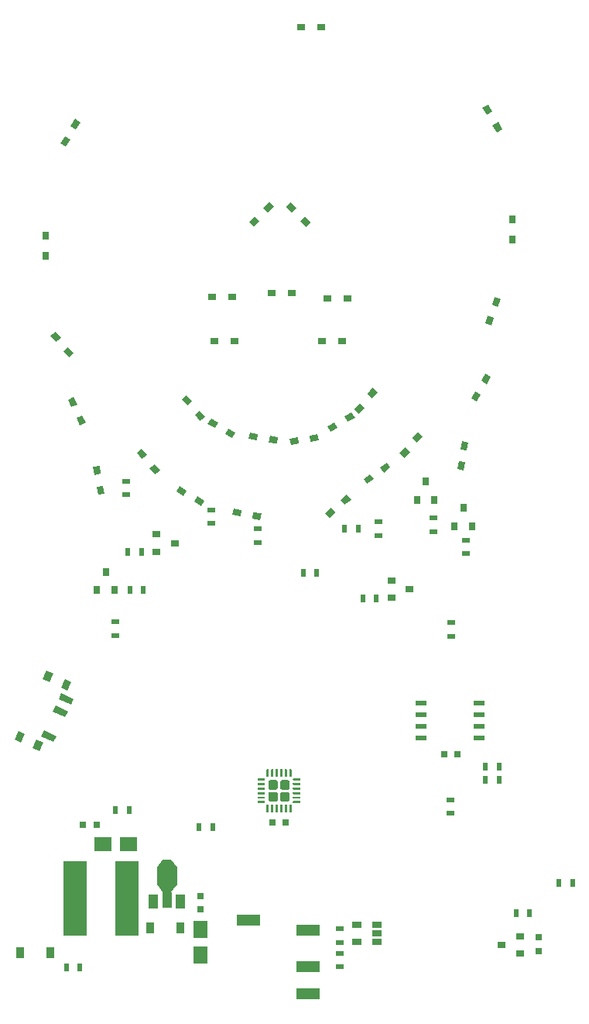
<source format=gbr>
G04 #@! TF.GenerationSoftware,KiCad,Pcbnew,5.1.5*
G04 #@! TF.CreationDate,2019-12-22T23:03:36+01:00*
G04 #@! TF.ProjectId,hh2020v1,68683230-3230-4763-912e-6b696361645f,rev?*
G04 #@! TF.SameCoordinates,Original*
G04 #@! TF.FileFunction,Paste,Bot*
G04 #@! TF.FilePolarity,Positive*
%FSLAX46Y46*%
G04 Gerber Fmt 4.6, Leading zero omitted, Abs format (unit mm)*
G04 Created by KiCad (PCBNEW 5.1.5) date 2019-12-22 23:03:36*
%MOMM*%
%LPD*%
G04 APERTURE LIST*
%ADD10R,0.900000X0.800000*%
%ADD11C,0.100000*%
%ADD12R,0.900000X0.700000*%
%ADD13R,0.700000X0.900000*%
%ADD14R,0.500000X0.900000*%
%ADD15R,1.060000X0.650000*%
%ADD16R,1.500000X1.950000*%
%ADD17R,1.950000X1.500000*%
%ADD18R,0.750000X0.800000*%
%ADD19R,0.800000X0.750000*%
%ADD20R,0.900000X1.200000*%
%ADD21R,0.900000X0.500000*%
%ADD22R,0.800000X0.900000*%
%ADD23R,2.500000X1.200000*%
%ADD24R,1.000000X1.500000*%
%ADD25R,1.000000X1.800000*%
%ADD26R,2.200000X1.840000*%
%ADD27R,1.143000X0.508000*%
%ADD28R,2.600000X8.200000*%
G04 APERTURE END LIST*
D10*
X95554040Y-153662340D03*
X95554040Y-155562340D03*
X93554040Y-154612340D03*
D11*
G36*
X78808986Y-104287047D02*
G01*
X78407483Y-103713640D01*
X79144720Y-103197421D01*
X79546223Y-103770828D01*
X78808986Y-104287047D01*
G37*
G36*
X80611120Y-103025179D02*
G01*
X80209617Y-102451772D01*
X80946854Y-101935553D01*
X81348357Y-102508960D01*
X80611120Y-103025179D01*
G37*
D12*
X73777020Y-54394100D03*
X71577020Y-54394100D03*
D11*
G36*
X57964381Y-105128609D02*
G01*
X58314381Y-104522391D01*
X59093803Y-104972391D01*
X58743803Y-105578609D01*
X57964381Y-105128609D01*
G37*
G36*
X59869637Y-106228609D02*
G01*
X60219637Y-105622391D01*
X60999059Y-106072391D01*
X60649059Y-106678609D01*
X59869637Y-106228609D01*
G37*
G36*
X91436311Y-63196261D02*
G01*
X92042529Y-62846261D01*
X92492529Y-63625683D01*
X91886311Y-63975683D01*
X91436311Y-63196261D01*
G37*
G36*
X92536311Y-65101517D02*
G01*
X93142529Y-64751517D01*
X93592529Y-65530939D01*
X92986311Y-65880939D01*
X92536311Y-65101517D01*
G37*
G36*
X72623522Y-75689628D02*
G01*
X72128548Y-76184602D01*
X71492152Y-75548206D01*
X71987126Y-75053232D01*
X72623522Y-75689628D01*
G37*
G36*
X71067888Y-74133994D02*
G01*
X70572914Y-74628968D01*
X69936518Y-73992572D01*
X70431492Y-73497598D01*
X71067888Y-74133994D01*
G37*
D12*
X64086920Y-83820000D03*
X61886920Y-83820000D03*
D11*
G36*
X61063656Y-96961693D02*
G01*
X60527425Y-97411645D01*
X59948916Y-96722205D01*
X60485147Y-96272253D01*
X61063656Y-96961693D01*
G37*
G36*
X59649524Y-95276395D02*
G01*
X59113293Y-95726347D01*
X58534784Y-95036907D01*
X59071015Y-94586955D01*
X59649524Y-95276395D01*
G37*
G36*
X79412325Y-93774155D02*
G01*
X79948556Y-94224107D01*
X79370047Y-94913547D01*
X78833816Y-94463595D01*
X79412325Y-93774155D01*
G37*
G36*
X77998193Y-95459453D02*
G01*
X78534424Y-95909405D01*
X77955915Y-96598845D01*
X77419684Y-96148893D01*
X77998193Y-95459453D01*
G37*
G36*
X82908915Y-101424845D02*
G01*
X82372684Y-100974893D01*
X82951193Y-100285453D01*
X83487424Y-100735405D01*
X82908915Y-101424845D01*
G37*
G36*
X84323047Y-99739547D02*
G01*
X83786816Y-99289595D01*
X84365325Y-98600155D01*
X84901556Y-99050107D01*
X84323047Y-99739547D01*
G37*
G36*
X92779159Y-83831269D02*
G01*
X93436943Y-84070683D01*
X93129125Y-84916407D01*
X92471341Y-84676993D01*
X92779159Y-83831269D01*
G37*
G36*
X92026715Y-85898593D02*
G01*
X92684499Y-86138007D01*
X92376681Y-86983731D01*
X91718897Y-86744317D01*
X92026715Y-85898593D01*
G37*
D12*
X70589320Y-83400900D03*
X68389320Y-83400900D03*
D11*
G36*
X53607184Y-100878907D02*
G01*
X54143415Y-100428955D01*
X54721924Y-101118395D01*
X54185693Y-101568347D01*
X53607184Y-100878907D01*
G37*
G36*
X55021316Y-102564205D02*
G01*
X55557547Y-102114253D01*
X56136056Y-102803693D01*
X55599825Y-103253645D01*
X55021316Y-102564205D01*
G37*
G36*
X77120959Y-96445191D02*
G01*
X77470959Y-97051409D01*
X76691537Y-97501409D01*
X76341537Y-96895191D01*
X77120959Y-96445191D01*
G37*
G36*
X75215703Y-97545191D02*
G01*
X75565703Y-98151409D01*
X74786281Y-98601409D01*
X74436281Y-97995191D01*
X75215703Y-97545191D01*
G37*
D13*
X94686120Y-75366700D03*
X94686120Y-77566700D03*
D12*
X62090120Y-88709500D03*
X64290120Y-88709500D03*
X73901120Y-88709500D03*
X76101120Y-88709500D03*
D11*
G36*
X50075257Y-105351676D02*
G01*
X49385892Y-105473229D01*
X49229609Y-104586902D01*
X49918974Y-104465349D01*
X50075257Y-105351676D01*
G37*
G36*
X49693231Y-103185098D02*
G01*
X49003866Y-103306651D01*
X48847583Y-102420324D01*
X49536948Y-102298771D01*
X49693231Y-103185098D01*
G37*
G36*
X73393396Y-98814463D02*
G01*
X73514949Y-99503828D01*
X72628622Y-99660111D01*
X72507069Y-98970746D01*
X73393396Y-98814463D01*
G37*
G36*
X71226818Y-99196489D02*
G01*
X71348371Y-99885854D01*
X70462044Y-100042137D01*
X70340491Y-99352772D01*
X71226818Y-99196489D01*
G37*
G36*
X74678807Y-107982536D02*
G01*
X74228855Y-107446305D01*
X74918295Y-106867796D01*
X75368247Y-107404027D01*
X74678807Y-107982536D01*
G37*
G36*
X76364105Y-106568404D02*
G01*
X75914153Y-106032173D01*
X76603593Y-105453664D01*
X77053545Y-105989895D01*
X76364105Y-106568404D01*
G37*
G36*
X45878029Y-67443039D02*
G01*
X45271811Y-67093039D01*
X45721811Y-66313617D01*
X46328029Y-66663617D01*
X45878029Y-67443039D01*
G37*
G36*
X46978029Y-65537783D02*
G01*
X46371811Y-65187783D01*
X46821811Y-64408361D01*
X47428029Y-64758361D01*
X46978029Y-65537783D01*
G37*
G36*
X48046086Y-97599061D02*
G01*
X47411670Y-97894894D01*
X47031314Y-97079217D01*
X47665730Y-96783384D01*
X48046086Y-97599061D01*
G37*
G36*
X47116326Y-95605183D02*
G01*
X46481910Y-95901016D01*
X46101554Y-95085339D01*
X46735970Y-94789506D01*
X47116326Y-95605183D01*
G37*
G36*
X69044549Y-99187672D02*
G01*
X68922996Y-99877037D01*
X68036669Y-99720754D01*
X68158222Y-99031389D01*
X69044549Y-99187672D01*
G37*
G36*
X66877971Y-98805646D02*
G01*
X66756418Y-99495011D01*
X65870091Y-99338728D01*
X65991644Y-98649363D01*
X66877971Y-98805646D01*
G37*
G36*
X64071771Y-107657228D02*
G01*
X64193324Y-106967863D01*
X65079651Y-107124146D01*
X64958098Y-107813511D01*
X64071771Y-107657228D01*
G37*
G36*
X66238349Y-108039254D02*
G01*
X66359902Y-107349889D01*
X67246229Y-107506172D01*
X67124676Y-108195537D01*
X66238349Y-108039254D01*
G37*
G36*
X91754411Y-92246761D02*
G01*
X92360629Y-92596761D01*
X91910629Y-93376183D01*
X91304411Y-93026183D01*
X91754411Y-92246761D01*
G37*
G36*
X90654411Y-94152017D02*
G01*
X91260629Y-94502017D01*
X90810629Y-95281439D01*
X90204411Y-94931439D01*
X90654411Y-94152017D01*
G37*
D13*
X43619420Y-79382800D03*
X43619420Y-77182800D03*
D12*
X76672620Y-83972400D03*
X74472620Y-83972400D03*
D11*
G36*
X68089948Y-73484898D02*
G01*
X68584922Y-73979872D01*
X67948526Y-74616268D01*
X67453552Y-74121294D01*
X68089948Y-73484898D01*
G37*
G36*
X66534314Y-75040532D02*
G01*
X67029288Y-75535506D01*
X66392892Y-76171902D01*
X65897918Y-75676928D01*
X66534314Y-75040532D01*
G37*
G36*
X64415359Y-98680991D02*
G01*
X64065359Y-99287209D01*
X63285937Y-98837209D01*
X63635937Y-98230991D01*
X64415359Y-98680991D01*
G37*
G36*
X62510103Y-97580991D02*
G01*
X62160103Y-98187209D01*
X61380681Y-97737209D01*
X61730681Y-97130991D01*
X62510103Y-97580991D01*
G37*
G36*
X89213092Y-99619071D02*
G01*
X89902457Y-99740624D01*
X89746174Y-100626951D01*
X89056809Y-100505398D01*
X89213092Y-99619071D01*
G37*
G36*
X88831066Y-101785649D02*
G01*
X89520431Y-101907202D01*
X89364148Y-102793529D01*
X88674783Y-102671976D01*
X88831066Y-101785649D01*
G37*
G36*
X46712656Y-90002093D02*
G01*
X46176425Y-90452045D01*
X45597916Y-89762605D01*
X46134147Y-89312653D01*
X46712656Y-90002093D01*
G37*
G36*
X45298524Y-88316795D02*
G01*
X44762293Y-88766747D01*
X44183784Y-88077307D01*
X44720015Y-87627355D01*
X45298524Y-88316795D01*
G37*
G36*
X44524963Y-132472108D02*
G01*
X43165502Y-131838181D01*
X43461335Y-131203766D01*
X44820796Y-131837693D01*
X44524963Y-132472108D01*
G37*
G36*
X45792818Y-129753184D02*
G01*
X44433357Y-129119257D01*
X44729190Y-128484842D01*
X46088651Y-129118769D01*
X45792818Y-129753184D01*
G37*
G36*
X46426745Y-128393723D02*
G01*
X45067284Y-127759796D01*
X45363117Y-127125381D01*
X46722578Y-127759308D01*
X46426745Y-128393723D01*
G37*
G36*
X40960657Y-132520280D02*
G01*
X40235611Y-132182186D01*
X40658229Y-131275878D01*
X41383275Y-131613972D01*
X40960657Y-132520280D01*
G37*
G36*
X44045771Y-125904233D02*
G01*
X43320725Y-125566139D01*
X43743343Y-124659831D01*
X44468389Y-124997925D01*
X44045771Y-125904233D01*
G37*
G36*
X46048711Y-126838220D02*
G01*
X45323665Y-126500126D01*
X45746283Y-125593818D01*
X46471329Y-125931912D01*
X46048711Y-126838220D01*
G37*
G36*
X42963597Y-133454267D02*
G01*
X42238551Y-133116173D01*
X42661169Y-132209865D01*
X43386215Y-132547959D01*
X42963597Y-133454267D01*
G37*
D10*
X81481420Y-116710500D03*
X81481420Y-114810500D03*
X83481420Y-115760500D03*
D14*
X78328520Y-116789200D03*
X79828520Y-116789200D03*
X91739020Y-135115300D03*
X93239020Y-135115300D03*
D15*
X79852520Y-152415200D03*
X79852520Y-153365200D03*
X79852520Y-154315200D03*
X77652520Y-154315200D03*
X77652520Y-152415200D03*
D11*
G36*
X70119025Y-137916124D02*
G01*
X70143293Y-137919724D01*
X70167092Y-137925685D01*
X70190191Y-137933950D01*
X70212370Y-137944440D01*
X70233413Y-137957052D01*
X70253119Y-137971667D01*
X70271297Y-137988143D01*
X70287773Y-138006321D01*
X70302388Y-138026027D01*
X70315000Y-138047070D01*
X70325490Y-138069249D01*
X70333755Y-138092348D01*
X70339716Y-138116147D01*
X70343316Y-138140415D01*
X70344520Y-138164919D01*
X70344520Y-138714921D01*
X70343316Y-138739425D01*
X70339716Y-138763693D01*
X70333755Y-138787492D01*
X70325490Y-138810591D01*
X70315000Y-138832770D01*
X70302388Y-138853813D01*
X70287773Y-138873519D01*
X70271297Y-138891697D01*
X70253119Y-138908173D01*
X70233413Y-138922788D01*
X70212370Y-138935400D01*
X70190191Y-138945890D01*
X70167092Y-138954155D01*
X70143293Y-138960116D01*
X70119025Y-138963716D01*
X70094521Y-138964920D01*
X69544519Y-138964920D01*
X69520015Y-138963716D01*
X69495747Y-138960116D01*
X69471948Y-138954155D01*
X69448849Y-138945890D01*
X69426670Y-138935400D01*
X69405627Y-138922788D01*
X69385921Y-138908173D01*
X69367743Y-138891697D01*
X69351267Y-138873519D01*
X69336652Y-138853813D01*
X69324040Y-138832770D01*
X69313550Y-138810591D01*
X69305285Y-138787492D01*
X69299324Y-138763693D01*
X69295724Y-138739425D01*
X69294520Y-138714921D01*
X69294520Y-138164919D01*
X69295724Y-138140415D01*
X69299324Y-138116147D01*
X69305285Y-138092348D01*
X69313550Y-138069249D01*
X69324040Y-138047070D01*
X69336652Y-138026027D01*
X69351267Y-138006321D01*
X69367743Y-137988143D01*
X69385921Y-137971667D01*
X69405627Y-137957052D01*
X69426670Y-137944440D01*
X69448849Y-137933950D01*
X69471948Y-137925685D01*
X69495747Y-137919724D01*
X69520015Y-137916124D01*
X69544519Y-137914920D01*
X70094521Y-137914920D01*
X70119025Y-137916124D01*
G37*
G36*
X68819025Y-137916124D02*
G01*
X68843293Y-137919724D01*
X68867092Y-137925685D01*
X68890191Y-137933950D01*
X68912370Y-137944440D01*
X68933413Y-137957052D01*
X68953119Y-137971667D01*
X68971297Y-137988143D01*
X68987773Y-138006321D01*
X69002388Y-138026027D01*
X69015000Y-138047070D01*
X69025490Y-138069249D01*
X69033755Y-138092348D01*
X69039716Y-138116147D01*
X69043316Y-138140415D01*
X69044520Y-138164919D01*
X69044520Y-138714921D01*
X69043316Y-138739425D01*
X69039716Y-138763693D01*
X69033755Y-138787492D01*
X69025490Y-138810591D01*
X69015000Y-138832770D01*
X69002388Y-138853813D01*
X68987773Y-138873519D01*
X68971297Y-138891697D01*
X68953119Y-138908173D01*
X68933413Y-138922788D01*
X68912370Y-138935400D01*
X68890191Y-138945890D01*
X68867092Y-138954155D01*
X68843293Y-138960116D01*
X68819025Y-138963716D01*
X68794521Y-138964920D01*
X68244519Y-138964920D01*
X68220015Y-138963716D01*
X68195747Y-138960116D01*
X68171948Y-138954155D01*
X68148849Y-138945890D01*
X68126670Y-138935400D01*
X68105627Y-138922788D01*
X68085921Y-138908173D01*
X68067743Y-138891697D01*
X68051267Y-138873519D01*
X68036652Y-138853813D01*
X68024040Y-138832770D01*
X68013550Y-138810591D01*
X68005285Y-138787492D01*
X67999324Y-138763693D01*
X67995724Y-138739425D01*
X67994520Y-138714921D01*
X67994520Y-138164919D01*
X67995724Y-138140415D01*
X67999324Y-138116147D01*
X68005285Y-138092348D01*
X68013550Y-138069249D01*
X68024040Y-138047070D01*
X68036652Y-138026027D01*
X68051267Y-138006321D01*
X68067743Y-137988143D01*
X68085921Y-137971667D01*
X68105627Y-137957052D01*
X68126670Y-137944440D01*
X68148849Y-137933950D01*
X68171948Y-137925685D01*
X68195747Y-137919724D01*
X68220015Y-137916124D01*
X68244519Y-137914920D01*
X68794521Y-137914920D01*
X68819025Y-137916124D01*
G37*
G36*
X70119025Y-136616124D02*
G01*
X70143293Y-136619724D01*
X70167092Y-136625685D01*
X70190191Y-136633950D01*
X70212370Y-136644440D01*
X70233413Y-136657052D01*
X70253119Y-136671667D01*
X70271297Y-136688143D01*
X70287773Y-136706321D01*
X70302388Y-136726027D01*
X70315000Y-136747070D01*
X70325490Y-136769249D01*
X70333755Y-136792348D01*
X70339716Y-136816147D01*
X70343316Y-136840415D01*
X70344520Y-136864919D01*
X70344520Y-137414921D01*
X70343316Y-137439425D01*
X70339716Y-137463693D01*
X70333755Y-137487492D01*
X70325490Y-137510591D01*
X70315000Y-137532770D01*
X70302388Y-137553813D01*
X70287773Y-137573519D01*
X70271297Y-137591697D01*
X70253119Y-137608173D01*
X70233413Y-137622788D01*
X70212370Y-137635400D01*
X70190191Y-137645890D01*
X70167092Y-137654155D01*
X70143293Y-137660116D01*
X70119025Y-137663716D01*
X70094521Y-137664920D01*
X69544519Y-137664920D01*
X69520015Y-137663716D01*
X69495747Y-137660116D01*
X69471948Y-137654155D01*
X69448849Y-137645890D01*
X69426670Y-137635400D01*
X69405627Y-137622788D01*
X69385921Y-137608173D01*
X69367743Y-137591697D01*
X69351267Y-137573519D01*
X69336652Y-137553813D01*
X69324040Y-137532770D01*
X69313550Y-137510591D01*
X69305285Y-137487492D01*
X69299324Y-137463693D01*
X69295724Y-137439425D01*
X69294520Y-137414921D01*
X69294520Y-136864919D01*
X69295724Y-136840415D01*
X69299324Y-136816147D01*
X69305285Y-136792348D01*
X69313550Y-136769249D01*
X69324040Y-136747070D01*
X69336652Y-136726027D01*
X69351267Y-136706321D01*
X69367743Y-136688143D01*
X69385921Y-136671667D01*
X69405627Y-136657052D01*
X69426670Y-136644440D01*
X69448849Y-136633950D01*
X69471948Y-136625685D01*
X69495747Y-136619724D01*
X69520015Y-136616124D01*
X69544519Y-136614920D01*
X70094521Y-136614920D01*
X70119025Y-136616124D01*
G37*
G36*
X68819025Y-136616124D02*
G01*
X68843293Y-136619724D01*
X68867092Y-136625685D01*
X68890191Y-136633950D01*
X68912370Y-136644440D01*
X68933413Y-136657052D01*
X68953119Y-136671667D01*
X68971297Y-136688143D01*
X68987773Y-136706321D01*
X69002388Y-136726027D01*
X69015000Y-136747070D01*
X69025490Y-136769249D01*
X69033755Y-136792348D01*
X69039716Y-136816147D01*
X69043316Y-136840415D01*
X69044520Y-136864919D01*
X69044520Y-137414921D01*
X69043316Y-137439425D01*
X69039716Y-137463693D01*
X69033755Y-137487492D01*
X69025490Y-137510591D01*
X69015000Y-137532770D01*
X69002388Y-137553813D01*
X68987773Y-137573519D01*
X68971297Y-137591697D01*
X68953119Y-137608173D01*
X68933413Y-137622788D01*
X68912370Y-137635400D01*
X68890191Y-137645890D01*
X68867092Y-137654155D01*
X68843293Y-137660116D01*
X68819025Y-137663716D01*
X68794521Y-137664920D01*
X68244519Y-137664920D01*
X68220015Y-137663716D01*
X68195747Y-137660116D01*
X68171948Y-137654155D01*
X68148849Y-137645890D01*
X68126670Y-137635400D01*
X68105627Y-137622788D01*
X68085921Y-137608173D01*
X68067743Y-137591697D01*
X68051267Y-137573519D01*
X68036652Y-137553813D01*
X68024040Y-137532770D01*
X68013550Y-137510591D01*
X68005285Y-137487492D01*
X67999324Y-137463693D01*
X67995724Y-137439425D01*
X67994520Y-137414921D01*
X67994520Y-136864919D01*
X67995724Y-136840415D01*
X67999324Y-136816147D01*
X68005285Y-136792348D01*
X68013550Y-136769249D01*
X68024040Y-136747070D01*
X68036652Y-136726027D01*
X68051267Y-136706321D01*
X68067743Y-136688143D01*
X68085921Y-136671667D01*
X68105627Y-136657052D01*
X68126670Y-136644440D01*
X68148849Y-136633950D01*
X68171948Y-136625685D01*
X68195747Y-136619724D01*
X68220015Y-136616124D01*
X68244519Y-136614920D01*
X68794521Y-136614920D01*
X68819025Y-136616124D01*
G37*
G36*
X70488146Y-139315221D02*
G01*
X70494213Y-139316121D01*
X70500163Y-139317611D01*
X70505938Y-139319678D01*
X70511482Y-139322300D01*
X70516743Y-139325453D01*
X70521670Y-139329107D01*
X70526214Y-139333226D01*
X70530333Y-139337770D01*
X70533987Y-139342697D01*
X70537140Y-139347958D01*
X70539762Y-139353502D01*
X70541829Y-139359277D01*
X70543319Y-139365227D01*
X70544219Y-139371294D01*
X70544520Y-139377420D01*
X70544520Y-140077420D01*
X70544219Y-140083546D01*
X70543319Y-140089613D01*
X70541829Y-140095563D01*
X70539762Y-140101338D01*
X70537140Y-140106882D01*
X70533987Y-140112143D01*
X70530333Y-140117070D01*
X70526214Y-140121614D01*
X70521670Y-140125733D01*
X70516743Y-140129387D01*
X70511482Y-140132540D01*
X70505938Y-140135162D01*
X70500163Y-140137229D01*
X70494213Y-140138719D01*
X70488146Y-140139619D01*
X70482020Y-140139920D01*
X70357020Y-140139920D01*
X70350894Y-140139619D01*
X70344827Y-140138719D01*
X70338877Y-140137229D01*
X70333102Y-140135162D01*
X70327558Y-140132540D01*
X70322297Y-140129387D01*
X70317370Y-140125733D01*
X70312826Y-140121614D01*
X70308707Y-140117070D01*
X70305053Y-140112143D01*
X70301900Y-140106882D01*
X70299278Y-140101338D01*
X70297211Y-140095563D01*
X70295721Y-140089613D01*
X70294821Y-140083546D01*
X70294520Y-140077420D01*
X70294520Y-139377420D01*
X70294821Y-139371294D01*
X70295721Y-139365227D01*
X70297211Y-139359277D01*
X70299278Y-139353502D01*
X70301900Y-139347958D01*
X70305053Y-139342697D01*
X70308707Y-139337770D01*
X70312826Y-139333226D01*
X70317370Y-139329107D01*
X70322297Y-139325453D01*
X70327558Y-139322300D01*
X70333102Y-139319678D01*
X70338877Y-139317611D01*
X70344827Y-139316121D01*
X70350894Y-139315221D01*
X70357020Y-139314920D01*
X70482020Y-139314920D01*
X70488146Y-139315221D01*
G37*
G36*
X69988146Y-139315221D02*
G01*
X69994213Y-139316121D01*
X70000163Y-139317611D01*
X70005938Y-139319678D01*
X70011482Y-139322300D01*
X70016743Y-139325453D01*
X70021670Y-139329107D01*
X70026214Y-139333226D01*
X70030333Y-139337770D01*
X70033987Y-139342697D01*
X70037140Y-139347958D01*
X70039762Y-139353502D01*
X70041829Y-139359277D01*
X70043319Y-139365227D01*
X70044219Y-139371294D01*
X70044520Y-139377420D01*
X70044520Y-140077420D01*
X70044219Y-140083546D01*
X70043319Y-140089613D01*
X70041829Y-140095563D01*
X70039762Y-140101338D01*
X70037140Y-140106882D01*
X70033987Y-140112143D01*
X70030333Y-140117070D01*
X70026214Y-140121614D01*
X70021670Y-140125733D01*
X70016743Y-140129387D01*
X70011482Y-140132540D01*
X70005938Y-140135162D01*
X70000163Y-140137229D01*
X69994213Y-140138719D01*
X69988146Y-140139619D01*
X69982020Y-140139920D01*
X69857020Y-140139920D01*
X69850894Y-140139619D01*
X69844827Y-140138719D01*
X69838877Y-140137229D01*
X69833102Y-140135162D01*
X69827558Y-140132540D01*
X69822297Y-140129387D01*
X69817370Y-140125733D01*
X69812826Y-140121614D01*
X69808707Y-140117070D01*
X69805053Y-140112143D01*
X69801900Y-140106882D01*
X69799278Y-140101338D01*
X69797211Y-140095563D01*
X69795721Y-140089613D01*
X69794821Y-140083546D01*
X69794520Y-140077420D01*
X69794520Y-139377420D01*
X69794821Y-139371294D01*
X69795721Y-139365227D01*
X69797211Y-139359277D01*
X69799278Y-139353502D01*
X69801900Y-139347958D01*
X69805053Y-139342697D01*
X69808707Y-139337770D01*
X69812826Y-139333226D01*
X69817370Y-139329107D01*
X69822297Y-139325453D01*
X69827558Y-139322300D01*
X69833102Y-139319678D01*
X69838877Y-139317611D01*
X69844827Y-139316121D01*
X69850894Y-139315221D01*
X69857020Y-139314920D01*
X69982020Y-139314920D01*
X69988146Y-139315221D01*
G37*
G36*
X69488146Y-139315221D02*
G01*
X69494213Y-139316121D01*
X69500163Y-139317611D01*
X69505938Y-139319678D01*
X69511482Y-139322300D01*
X69516743Y-139325453D01*
X69521670Y-139329107D01*
X69526214Y-139333226D01*
X69530333Y-139337770D01*
X69533987Y-139342697D01*
X69537140Y-139347958D01*
X69539762Y-139353502D01*
X69541829Y-139359277D01*
X69543319Y-139365227D01*
X69544219Y-139371294D01*
X69544520Y-139377420D01*
X69544520Y-140077420D01*
X69544219Y-140083546D01*
X69543319Y-140089613D01*
X69541829Y-140095563D01*
X69539762Y-140101338D01*
X69537140Y-140106882D01*
X69533987Y-140112143D01*
X69530333Y-140117070D01*
X69526214Y-140121614D01*
X69521670Y-140125733D01*
X69516743Y-140129387D01*
X69511482Y-140132540D01*
X69505938Y-140135162D01*
X69500163Y-140137229D01*
X69494213Y-140138719D01*
X69488146Y-140139619D01*
X69482020Y-140139920D01*
X69357020Y-140139920D01*
X69350894Y-140139619D01*
X69344827Y-140138719D01*
X69338877Y-140137229D01*
X69333102Y-140135162D01*
X69327558Y-140132540D01*
X69322297Y-140129387D01*
X69317370Y-140125733D01*
X69312826Y-140121614D01*
X69308707Y-140117070D01*
X69305053Y-140112143D01*
X69301900Y-140106882D01*
X69299278Y-140101338D01*
X69297211Y-140095563D01*
X69295721Y-140089613D01*
X69294821Y-140083546D01*
X69294520Y-140077420D01*
X69294520Y-139377420D01*
X69294821Y-139371294D01*
X69295721Y-139365227D01*
X69297211Y-139359277D01*
X69299278Y-139353502D01*
X69301900Y-139347958D01*
X69305053Y-139342697D01*
X69308707Y-139337770D01*
X69312826Y-139333226D01*
X69317370Y-139329107D01*
X69322297Y-139325453D01*
X69327558Y-139322300D01*
X69333102Y-139319678D01*
X69338877Y-139317611D01*
X69344827Y-139316121D01*
X69350894Y-139315221D01*
X69357020Y-139314920D01*
X69482020Y-139314920D01*
X69488146Y-139315221D01*
G37*
G36*
X68988146Y-139315221D02*
G01*
X68994213Y-139316121D01*
X69000163Y-139317611D01*
X69005938Y-139319678D01*
X69011482Y-139322300D01*
X69016743Y-139325453D01*
X69021670Y-139329107D01*
X69026214Y-139333226D01*
X69030333Y-139337770D01*
X69033987Y-139342697D01*
X69037140Y-139347958D01*
X69039762Y-139353502D01*
X69041829Y-139359277D01*
X69043319Y-139365227D01*
X69044219Y-139371294D01*
X69044520Y-139377420D01*
X69044520Y-140077420D01*
X69044219Y-140083546D01*
X69043319Y-140089613D01*
X69041829Y-140095563D01*
X69039762Y-140101338D01*
X69037140Y-140106882D01*
X69033987Y-140112143D01*
X69030333Y-140117070D01*
X69026214Y-140121614D01*
X69021670Y-140125733D01*
X69016743Y-140129387D01*
X69011482Y-140132540D01*
X69005938Y-140135162D01*
X69000163Y-140137229D01*
X68994213Y-140138719D01*
X68988146Y-140139619D01*
X68982020Y-140139920D01*
X68857020Y-140139920D01*
X68850894Y-140139619D01*
X68844827Y-140138719D01*
X68838877Y-140137229D01*
X68833102Y-140135162D01*
X68827558Y-140132540D01*
X68822297Y-140129387D01*
X68817370Y-140125733D01*
X68812826Y-140121614D01*
X68808707Y-140117070D01*
X68805053Y-140112143D01*
X68801900Y-140106882D01*
X68799278Y-140101338D01*
X68797211Y-140095563D01*
X68795721Y-140089613D01*
X68794821Y-140083546D01*
X68794520Y-140077420D01*
X68794520Y-139377420D01*
X68794821Y-139371294D01*
X68795721Y-139365227D01*
X68797211Y-139359277D01*
X68799278Y-139353502D01*
X68801900Y-139347958D01*
X68805053Y-139342697D01*
X68808707Y-139337770D01*
X68812826Y-139333226D01*
X68817370Y-139329107D01*
X68822297Y-139325453D01*
X68827558Y-139322300D01*
X68833102Y-139319678D01*
X68838877Y-139317611D01*
X68844827Y-139316121D01*
X68850894Y-139315221D01*
X68857020Y-139314920D01*
X68982020Y-139314920D01*
X68988146Y-139315221D01*
G37*
G36*
X68488146Y-139315221D02*
G01*
X68494213Y-139316121D01*
X68500163Y-139317611D01*
X68505938Y-139319678D01*
X68511482Y-139322300D01*
X68516743Y-139325453D01*
X68521670Y-139329107D01*
X68526214Y-139333226D01*
X68530333Y-139337770D01*
X68533987Y-139342697D01*
X68537140Y-139347958D01*
X68539762Y-139353502D01*
X68541829Y-139359277D01*
X68543319Y-139365227D01*
X68544219Y-139371294D01*
X68544520Y-139377420D01*
X68544520Y-140077420D01*
X68544219Y-140083546D01*
X68543319Y-140089613D01*
X68541829Y-140095563D01*
X68539762Y-140101338D01*
X68537140Y-140106882D01*
X68533987Y-140112143D01*
X68530333Y-140117070D01*
X68526214Y-140121614D01*
X68521670Y-140125733D01*
X68516743Y-140129387D01*
X68511482Y-140132540D01*
X68505938Y-140135162D01*
X68500163Y-140137229D01*
X68494213Y-140138719D01*
X68488146Y-140139619D01*
X68482020Y-140139920D01*
X68357020Y-140139920D01*
X68350894Y-140139619D01*
X68344827Y-140138719D01*
X68338877Y-140137229D01*
X68333102Y-140135162D01*
X68327558Y-140132540D01*
X68322297Y-140129387D01*
X68317370Y-140125733D01*
X68312826Y-140121614D01*
X68308707Y-140117070D01*
X68305053Y-140112143D01*
X68301900Y-140106882D01*
X68299278Y-140101338D01*
X68297211Y-140095563D01*
X68295721Y-140089613D01*
X68294821Y-140083546D01*
X68294520Y-140077420D01*
X68294520Y-139377420D01*
X68294821Y-139371294D01*
X68295721Y-139365227D01*
X68297211Y-139359277D01*
X68299278Y-139353502D01*
X68301900Y-139347958D01*
X68305053Y-139342697D01*
X68308707Y-139337770D01*
X68312826Y-139333226D01*
X68317370Y-139329107D01*
X68322297Y-139325453D01*
X68327558Y-139322300D01*
X68333102Y-139319678D01*
X68338877Y-139317611D01*
X68344827Y-139316121D01*
X68350894Y-139315221D01*
X68357020Y-139314920D01*
X68482020Y-139314920D01*
X68488146Y-139315221D01*
G37*
G36*
X67988146Y-139315221D02*
G01*
X67994213Y-139316121D01*
X68000163Y-139317611D01*
X68005938Y-139319678D01*
X68011482Y-139322300D01*
X68016743Y-139325453D01*
X68021670Y-139329107D01*
X68026214Y-139333226D01*
X68030333Y-139337770D01*
X68033987Y-139342697D01*
X68037140Y-139347958D01*
X68039762Y-139353502D01*
X68041829Y-139359277D01*
X68043319Y-139365227D01*
X68044219Y-139371294D01*
X68044520Y-139377420D01*
X68044520Y-140077420D01*
X68044219Y-140083546D01*
X68043319Y-140089613D01*
X68041829Y-140095563D01*
X68039762Y-140101338D01*
X68037140Y-140106882D01*
X68033987Y-140112143D01*
X68030333Y-140117070D01*
X68026214Y-140121614D01*
X68021670Y-140125733D01*
X68016743Y-140129387D01*
X68011482Y-140132540D01*
X68005938Y-140135162D01*
X68000163Y-140137229D01*
X67994213Y-140138719D01*
X67988146Y-140139619D01*
X67982020Y-140139920D01*
X67857020Y-140139920D01*
X67850894Y-140139619D01*
X67844827Y-140138719D01*
X67838877Y-140137229D01*
X67833102Y-140135162D01*
X67827558Y-140132540D01*
X67822297Y-140129387D01*
X67817370Y-140125733D01*
X67812826Y-140121614D01*
X67808707Y-140117070D01*
X67805053Y-140112143D01*
X67801900Y-140106882D01*
X67799278Y-140101338D01*
X67797211Y-140095563D01*
X67795721Y-140089613D01*
X67794821Y-140083546D01*
X67794520Y-140077420D01*
X67794520Y-139377420D01*
X67794821Y-139371294D01*
X67795721Y-139365227D01*
X67797211Y-139359277D01*
X67799278Y-139353502D01*
X67801900Y-139347958D01*
X67805053Y-139342697D01*
X67808707Y-139337770D01*
X67812826Y-139333226D01*
X67817370Y-139329107D01*
X67822297Y-139325453D01*
X67827558Y-139322300D01*
X67833102Y-139319678D01*
X67838877Y-139317611D01*
X67844827Y-139316121D01*
X67850894Y-139315221D01*
X67857020Y-139314920D01*
X67982020Y-139314920D01*
X67988146Y-139315221D01*
G37*
G36*
X67588146Y-138915221D02*
G01*
X67594213Y-138916121D01*
X67600163Y-138917611D01*
X67605938Y-138919678D01*
X67611482Y-138922300D01*
X67616743Y-138925453D01*
X67621670Y-138929107D01*
X67626214Y-138933226D01*
X67630333Y-138937770D01*
X67633987Y-138942697D01*
X67637140Y-138947958D01*
X67639762Y-138953502D01*
X67641829Y-138959277D01*
X67643319Y-138965227D01*
X67644219Y-138971294D01*
X67644520Y-138977420D01*
X67644520Y-139102420D01*
X67644219Y-139108546D01*
X67643319Y-139114613D01*
X67641829Y-139120563D01*
X67639762Y-139126338D01*
X67637140Y-139131882D01*
X67633987Y-139137143D01*
X67630333Y-139142070D01*
X67626214Y-139146614D01*
X67621670Y-139150733D01*
X67616743Y-139154387D01*
X67611482Y-139157540D01*
X67605938Y-139160162D01*
X67600163Y-139162229D01*
X67594213Y-139163719D01*
X67588146Y-139164619D01*
X67582020Y-139164920D01*
X66882020Y-139164920D01*
X66875894Y-139164619D01*
X66869827Y-139163719D01*
X66863877Y-139162229D01*
X66858102Y-139160162D01*
X66852558Y-139157540D01*
X66847297Y-139154387D01*
X66842370Y-139150733D01*
X66837826Y-139146614D01*
X66833707Y-139142070D01*
X66830053Y-139137143D01*
X66826900Y-139131882D01*
X66824278Y-139126338D01*
X66822211Y-139120563D01*
X66820721Y-139114613D01*
X66819821Y-139108546D01*
X66819520Y-139102420D01*
X66819520Y-138977420D01*
X66819821Y-138971294D01*
X66820721Y-138965227D01*
X66822211Y-138959277D01*
X66824278Y-138953502D01*
X66826900Y-138947958D01*
X66830053Y-138942697D01*
X66833707Y-138937770D01*
X66837826Y-138933226D01*
X66842370Y-138929107D01*
X66847297Y-138925453D01*
X66852558Y-138922300D01*
X66858102Y-138919678D01*
X66863877Y-138917611D01*
X66869827Y-138916121D01*
X66875894Y-138915221D01*
X66882020Y-138914920D01*
X67582020Y-138914920D01*
X67588146Y-138915221D01*
G37*
G36*
X67588146Y-138415221D02*
G01*
X67594213Y-138416121D01*
X67600163Y-138417611D01*
X67605938Y-138419678D01*
X67611482Y-138422300D01*
X67616743Y-138425453D01*
X67621670Y-138429107D01*
X67626214Y-138433226D01*
X67630333Y-138437770D01*
X67633987Y-138442697D01*
X67637140Y-138447958D01*
X67639762Y-138453502D01*
X67641829Y-138459277D01*
X67643319Y-138465227D01*
X67644219Y-138471294D01*
X67644520Y-138477420D01*
X67644520Y-138602420D01*
X67644219Y-138608546D01*
X67643319Y-138614613D01*
X67641829Y-138620563D01*
X67639762Y-138626338D01*
X67637140Y-138631882D01*
X67633987Y-138637143D01*
X67630333Y-138642070D01*
X67626214Y-138646614D01*
X67621670Y-138650733D01*
X67616743Y-138654387D01*
X67611482Y-138657540D01*
X67605938Y-138660162D01*
X67600163Y-138662229D01*
X67594213Y-138663719D01*
X67588146Y-138664619D01*
X67582020Y-138664920D01*
X66882020Y-138664920D01*
X66875894Y-138664619D01*
X66869827Y-138663719D01*
X66863877Y-138662229D01*
X66858102Y-138660162D01*
X66852558Y-138657540D01*
X66847297Y-138654387D01*
X66842370Y-138650733D01*
X66837826Y-138646614D01*
X66833707Y-138642070D01*
X66830053Y-138637143D01*
X66826900Y-138631882D01*
X66824278Y-138626338D01*
X66822211Y-138620563D01*
X66820721Y-138614613D01*
X66819821Y-138608546D01*
X66819520Y-138602420D01*
X66819520Y-138477420D01*
X66819821Y-138471294D01*
X66820721Y-138465227D01*
X66822211Y-138459277D01*
X66824278Y-138453502D01*
X66826900Y-138447958D01*
X66830053Y-138442697D01*
X66833707Y-138437770D01*
X66837826Y-138433226D01*
X66842370Y-138429107D01*
X66847297Y-138425453D01*
X66852558Y-138422300D01*
X66858102Y-138419678D01*
X66863877Y-138417611D01*
X66869827Y-138416121D01*
X66875894Y-138415221D01*
X66882020Y-138414920D01*
X67582020Y-138414920D01*
X67588146Y-138415221D01*
G37*
G36*
X67588146Y-137915221D02*
G01*
X67594213Y-137916121D01*
X67600163Y-137917611D01*
X67605938Y-137919678D01*
X67611482Y-137922300D01*
X67616743Y-137925453D01*
X67621670Y-137929107D01*
X67626214Y-137933226D01*
X67630333Y-137937770D01*
X67633987Y-137942697D01*
X67637140Y-137947958D01*
X67639762Y-137953502D01*
X67641829Y-137959277D01*
X67643319Y-137965227D01*
X67644219Y-137971294D01*
X67644520Y-137977420D01*
X67644520Y-138102420D01*
X67644219Y-138108546D01*
X67643319Y-138114613D01*
X67641829Y-138120563D01*
X67639762Y-138126338D01*
X67637140Y-138131882D01*
X67633987Y-138137143D01*
X67630333Y-138142070D01*
X67626214Y-138146614D01*
X67621670Y-138150733D01*
X67616743Y-138154387D01*
X67611482Y-138157540D01*
X67605938Y-138160162D01*
X67600163Y-138162229D01*
X67594213Y-138163719D01*
X67588146Y-138164619D01*
X67582020Y-138164920D01*
X66882020Y-138164920D01*
X66875894Y-138164619D01*
X66869827Y-138163719D01*
X66863877Y-138162229D01*
X66858102Y-138160162D01*
X66852558Y-138157540D01*
X66847297Y-138154387D01*
X66842370Y-138150733D01*
X66837826Y-138146614D01*
X66833707Y-138142070D01*
X66830053Y-138137143D01*
X66826900Y-138131882D01*
X66824278Y-138126338D01*
X66822211Y-138120563D01*
X66820721Y-138114613D01*
X66819821Y-138108546D01*
X66819520Y-138102420D01*
X66819520Y-137977420D01*
X66819821Y-137971294D01*
X66820721Y-137965227D01*
X66822211Y-137959277D01*
X66824278Y-137953502D01*
X66826900Y-137947958D01*
X66830053Y-137942697D01*
X66833707Y-137937770D01*
X66837826Y-137933226D01*
X66842370Y-137929107D01*
X66847297Y-137925453D01*
X66852558Y-137922300D01*
X66858102Y-137919678D01*
X66863877Y-137917611D01*
X66869827Y-137916121D01*
X66875894Y-137915221D01*
X66882020Y-137914920D01*
X67582020Y-137914920D01*
X67588146Y-137915221D01*
G37*
G36*
X67588146Y-137415221D02*
G01*
X67594213Y-137416121D01*
X67600163Y-137417611D01*
X67605938Y-137419678D01*
X67611482Y-137422300D01*
X67616743Y-137425453D01*
X67621670Y-137429107D01*
X67626214Y-137433226D01*
X67630333Y-137437770D01*
X67633987Y-137442697D01*
X67637140Y-137447958D01*
X67639762Y-137453502D01*
X67641829Y-137459277D01*
X67643319Y-137465227D01*
X67644219Y-137471294D01*
X67644520Y-137477420D01*
X67644520Y-137602420D01*
X67644219Y-137608546D01*
X67643319Y-137614613D01*
X67641829Y-137620563D01*
X67639762Y-137626338D01*
X67637140Y-137631882D01*
X67633987Y-137637143D01*
X67630333Y-137642070D01*
X67626214Y-137646614D01*
X67621670Y-137650733D01*
X67616743Y-137654387D01*
X67611482Y-137657540D01*
X67605938Y-137660162D01*
X67600163Y-137662229D01*
X67594213Y-137663719D01*
X67588146Y-137664619D01*
X67582020Y-137664920D01*
X66882020Y-137664920D01*
X66875894Y-137664619D01*
X66869827Y-137663719D01*
X66863877Y-137662229D01*
X66858102Y-137660162D01*
X66852558Y-137657540D01*
X66847297Y-137654387D01*
X66842370Y-137650733D01*
X66837826Y-137646614D01*
X66833707Y-137642070D01*
X66830053Y-137637143D01*
X66826900Y-137631882D01*
X66824278Y-137626338D01*
X66822211Y-137620563D01*
X66820721Y-137614613D01*
X66819821Y-137608546D01*
X66819520Y-137602420D01*
X66819520Y-137477420D01*
X66819821Y-137471294D01*
X66820721Y-137465227D01*
X66822211Y-137459277D01*
X66824278Y-137453502D01*
X66826900Y-137447958D01*
X66830053Y-137442697D01*
X66833707Y-137437770D01*
X66837826Y-137433226D01*
X66842370Y-137429107D01*
X66847297Y-137425453D01*
X66852558Y-137422300D01*
X66858102Y-137419678D01*
X66863877Y-137417611D01*
X66869827Y-137416121D01*
X66875894Y-137415221D01*
X66882020Y-137414920D01*
X67582020Y-137414920D01*
X67588146Y-137415221D01*
G37*
G36*
X67588146Y-136915221D02*
G01*
X67594213Y-136916121D01*
X67600163Y-136917611D01*
X67605938Y-136919678D01*
X67611482Y-136922300D01*
X67616743Y-136925453D01*
X67621670Y-136929107D01*
X67626214Y-136933226D01*
X67630333Y-136937770D01*
X67633987Y-136942697D01*
X67637140Y-136947958D01*
X67639762Y-136953502D01*
X67641829Y-136959277D01*
X67643319Y-136965227D01*
X67644219Y-136971294D01*
X67644520Y-136977420D01*
X67644520Y-137102420D01*
X67644219Y-137108546D01*
X67643319Y-137114613D01*
X67641829Y-137120563D01*
X67639762Y-137126338D01*
X67637140Y-137131882D01*
X67633987Y-137137143D01*
X67630333Y-137142070D01*
X67626214Y-137146614D01*
X67621670Y-137150733D01*
X67616743Y-137154387D01*
X67611482Y-137157540D01*
X67605938Y-137160162D01*
X67600163Y-137162229D01*
X67594213Y-137163719D01*
X67588146Y-137164619D01*
X67582020Y-137164920D01*
X66882020Y-137164920D01*
X66875894Y-137164619D01*
X66869827Y-137163719D01*
X66863877Y-137162229D01*
X66858102Y-137160162D01*
X66852558Y-137157540D01*
X66847297Y-137154387D01*
X66842370Y-137150733D01*
X66837826Y-137146614D01*
X66833707Y-137142070D01*
X66830053Y-137137143D01*
X66826900Y-137131882D01*
X66824278Y-137126338D01*
X66822211Y-137120563D01*
X66820721Y-137114613D01*
X66819821Y-137108546D01*
X66819520Y-137102420D01*
X66819520Y-136977420D01*
X66819821Y-136971294D01*
X66820721Y-136965227D01*
X66822211Y-136959277D01*
X66824278Y-136953502D01*
X66826900Y-136947958D01*
X66830053Y-136942697D01*
X66833707Y-136937770D01*
X66837826Y-136933226D01*
X66842370Y-136929107D01*
X66847297Y-136925453D01*
X66852558Y-136922300D01*
X66858102Y-136919678D01*
X66863877Y-136917611D01*
X66869827Y-136916121D01*
X66875894Y-136915221D01*
X66882020Y-136914920D01*
X67582020Y-136914920D01*
X67588146Y-136915221D01*
G37*
G36*
X67588146Y-136415221D02*
G01*
X67594213Y-136416121D01*
X67600163Y-136417611D01*
X67605938Y-136419678D01*
X67611482Y-136422300D01*
X67616743Y-136425453D01*
X67621670Y-136429107D01*
X67626214Y-136433226D01*
X67630333Y-136437770D01*
X67633987Y-136442697D01*
X67637140Y-136447958D01*
X67639762Y-136453502D01*
X67641829Y-136459277D01*
X67643319Y-136465227D01*
X67644219Y-136471294D01*
X67644520Y-136477420D01*
X67644520Y-136602420D01*
X67644219Y-136608546D01*
X67643319Y-136614613D01*
X67641829Y-136620563D01*
X67639762Y-136626338D01*
X67637140Y-136631882D01*
X67633987Y-136637143D01*
X67630333Y-136642070D01*
X67626214Y-136646614D01*
X67621670Y-136650733D01*
X67616743Y-136654387D01*
X67611482Y-136657540D01*
X67605938Y-136660162D01*
X67600163Y-136662229D01*
X67594213Y-136663719D01*
X67588146Y-136664619D01*
X67582020Y-136664920D01*
X66882020Y-136664920D01*
X66875894Y-136664619D01*
X66869827Y-136663719D01*
X66863877Y-136662229D01*
X66858102Y-136660162D01*
X66852558Y-136657540D01*
X66847297Y-136654387D01*
X66842370Y-136650733D01*
X66837826Y-136646614D01*
X66833707Y-136642070D01*
X66830053Y-136637143D01*
X66826900Y-136631882D01*
X66824278Y-136626338D01*
X66822211Y-136620563D01*
X66820721Y-136614613D01*
X66819821Y-136608546D01*
X66819520Y-136602420D01*
X66819520Y-136477420D01*
X66819821Y-136471294D01*
X66820721Y-136465227D01*
X66822211Y-136459277D01*
X66824278Y-136453502D01*
X66826900Y-136447958D01*
X66830053Y-136442697D01*
X66833707Y-136437770D01*
X66837826Y-136433226D01*
X66842370Y-136429107D01*
X66847297Y-136425453D01*
X66852558Y-136422300D01*
X66858102Y-136419678D01*
X66863877Y-136417611D01*
X66869827Y-136416121D01*
X66875894Y-136415221D01*
X66882020Y-136414920D01*
X67582020Y-136414920D01*
X67588146Y-136415221D01*
G37*
G36*
X67988146Y-135440221D02*
G01*
X67994213Y-135441121D01*
X68000163Y-135442611D01*
X68005938Y-135444678D01*
X68011482Y-135447300D01*
X68016743Y-135450453D01*
X68021670Y-135454107D01*
X68026214Y-135458226D01*
X68030333Y-135462770D01*
X68033987Y-135467697D01*
X68037140Y-135472958D01*
X68039762Y-135478502D01*
X68041829Y-135484277D01*
X68043319Y-135490227D01*
X68044219Y-135496294D01*
X68044520Y-135502420D01*
X68044520Y-136202420D01*
X68044219Y-136208546D01*
X68043319Y-136214613D01*
X68041829Y-136220563D01*
X68039762Y-136226338D01*
X68037140Y-136231882D01*
X68033987Y-136237143D01*
X68030333Y-136242070D01*
X68026214Y-136246614D01*
X68021670Y-136250733D01*
X68016743Y-136254387D01*
X68011482Y-136257540D01*
X68005938Y-136260162D01*
X68000163Y-136262229D01*
X67994213Y-136263719D01*
X67988146Y-136264619D01*
X67982020Y-136264920D01*
X67857020Y-136264920D01*
X67850894Y-136264619D01*
X67844827Y-136263719D01*
X67838877Y-136262229D01*
X67833102Y-136260162D01*
X67827558Y-136257540D01*
X67822297Y-136254387D01*
X67817370Y-136250733D01*
X67812826Y-136246614D01*
X67808707Y-136242070D01*
X67805053Y-136237143D01*
X67801900Y-136231882D01*
X67799278Y-136226338D01*
X67797211Y-136220563D01*
X67795721Y-136214613D01*
X67794821Y-136208546D01*
X67794520Y-136202420D01*
X67794520Y-135502420D01*
X67794821Y-135496294D01*
X67795721Y-135490227D01*
X67797211Y-135484277D01*
X67799278Y-135478502D01*
X67801900Y-135472958D01*
X67805053Y-135467697D01*
X67808707Y-135462770D01*
X67812826Y-135458226D01*
X67817370Y-135454107D01*
X67822297Y-135450453D01*
X67827558Y-135447300D01*
X67833102Y-135444678D01*
X67838877Y-135442611D01*
X67844827Y-135441121D01*
X67850894Y-135440221D01*
X67857020Y-135439920D01*
X67982020Y-135439920D01*
X67988146Y-135440221D01*
G37*
G36*
X68488146Y-135440221D02*
G01*
X68494213Y-135441121D01*
X68500163Y-135442611D01*
X68505938Y-135444678D01*
X68511482Y-135447300D01*
X68516743Y-135450453D01*
X68521670Y-135454107D01*
X68526214Y-135458226D01*
X68530333Y-135462770D01*
X68533987Y-135467697D01*
X68537140Y-135472958D01*
X68539762Y-135478502D01*
X68541829Y-135484277D01*
X68543319Y-135490227D01*
X68544219Y-135496294D01*
X68544520Y-135502420D01*
X68544520Y-136202420D01*
X68544219Y-136208546D01*
X68543319Y-136214613D01*
X68541829Y-136220563D01*
X68539762Y-136226338D01*
X68537140Y-136231882D01*
X68533987Y-136237143D01*
X68530333Y-136242070D01*
X68526214Y-136246614D01*
X68521670Y-136250733D01*
X68516743Y-136254387D01*
X68511482Y-136257540D01*
X68505938Y-136260162D01*
X68500163Y-136262229D01*
X68494213Y-136263719D01*
X68488146Y-136264619D01*
X68482020Y-136264920D01*
X68357020Y-136264920D01*
X68350894Y-136264619D01*
X68344827Y-136263719D01*
X68338877Y-136262229D01*
X68333102Y-136260162D01*
X68327558Y-136257540D01*
X68322297Y-136254387D01*
X68317370Y-136250733D01*
X68312826Y-136246614D01*
X68308707Y-136242070D01*
X68305053Y-136237143D01*
X68301900Y-136231882D01*
X68299278Y-136226338D01*
X68297211Y-136220563D01*
X68295721Y-136214613D01*
X68294821Y-136208546D01*
X68294520Y-136202420D01*
X68294520Y-135502420D01*
X68294821Y-135496294D01*
X68295721Y-135490227D01*
X68297211Y-135484277D01*
X68299278Y-135478502D01*
X68301900Y-135472958D01*
X68305053Y-135467697D01*
X68308707Y-135462770D01*
X68312826Y-135458226D01*
X68317370Y-135454107D01*
X68322297Y-135450453D01*
X68327558Y-135447300D01*
X68333102Y-135444678D01*
X68338877Y-135442611D01*
X68344827Y-135441121D01*
X68350894Y-135440221D01*
X68357020Y-135439920D01*
X68482020Y-135439920D01*
X68488146Y-135440221D01*
G37*
G36*
X68988146Y-135440221D02*
G01*
X68994213Y-135441121D01*
X69000163Y-135442611D01*
X69005938Y-135444678D01*
X69011482Y-135447300D01*
X69016743Y-135450453D01*
X69021670Y-135454107D01*
X69026214Y-135458226D01*
X69030333Y-135462770D01*
X69033987Y-135467697D01*
X69037140Y-135472958D01*
X69039762Y-135478502D01*
X69041829Y-135484277D01*
X69043319Y-135490227D01*
X69044219Y-135496294D01*
X69044520Y-135502420D01*
X69044520Y-136202420D01*
X69044219Y-136208546D01*
X69043319Y-136214613D01*
X69041829Y-136220563D01*
X69039762Y-136226338D01*
X69037140Y-136231882D01*
X69033987Y-136237143D01*
X69030333Y-136242070D01*
X69026214Y-136246614D01*
X69021670Y-136250733D01*
X69016743Y-136254387D01*
X69011482Y-136257540D01*
X69005938Y-136260162D01*
X69000163Y-136262229D01*
X68994213Y-136263719D01*
X68988146Y-136264619D01*
X68982020Y-136264920D01*
X68857020Y-136264920D01*
X68850894Y-136264619D01*
X68844827Y-136263719D01*
X68838877Y-136262229D01*
X68833102Y-136260162D01*
X68827558Y-136257540D01*
X68822297Y-136254387D01*
X68817370Y-136250733D01*
X68812826Y-136246614D01*
X68808707Y-136242070D01*
X68805053Y-136237143D01*
X68801900Y-136231882D01*
X68799278Y-136226338D01*
X68797211Y-136220563D01*
X68795721Y-136214613D01*
X68794821Y-136208546D01*
X68794520Y-136202420D01*
X68794520Y-135502420D01*
X68794821Y-135496294D01*
X68795721Y-135490227D01*
X68797211Y-135484277D01*
X68799278Y-135478502D01*
X68801900Y-135472958D01*
X68805053Y-135467697D01*
X68808707Y-135462770D01*
X68812826Y-135458226D01*
X68817370Y-135454107D01*
X68822297Y-135450453D01*
X68827558Y-135447300D01*
X68833102Y-135444678D01*
X68838877Y-135442611D01*
X68844827Y-135441121D01*
X68850894Y-135440221D01*
X68857020Y-135439920D01*
X68982020Y-135439920D01*
X68988146Y-135440221D01*
G37*
G36*
X69488146Y-135440221D02*
G01*
X69494213Y-135441121D01*
X69500163Y-135442611D01*
X69505938Y-135444678D01*
X69511482Y-135447300D01*
X69516743Y-135450453D01*
X69521670Y-135454107D01*
X69526214Y-135458226D01*
X69530333Y-135462770D01*
X69533987Y-135467697D01*
X69537140Y-135472958D01*
X69539762Y-135478502D01*
X69541829Y-135484277D01*
X69543319Y-135490227D01*
X69544219Y-135496294D01*
X69544520Y-135502420D01*
X69544520Y-136202420D01*
X69544219Y-136208546D01*
X69543319Y-136214613D01*
X69541829Y-136220563D01*
X69539762Y-136226338D01*
X69537140Y-136231882D01*
X69533987Y-136237143D01*
X69530333Y-136242070D01*
X69526214Y-136246614D01*
X69521670Y-136250733D01*
X69516743Y-136254387D01*
X69511482Y-136257540D01*
X69505938Y-136260162D01*
X69500163Y-136262229D01*
X69494213Y-136263719D01*
X69488146Y-136264619D01*
X69482020Y-136264920D01*
X69357020Y-136264920D01*
X69350894Y-136264619D01*
X69344827Y-136263719D01*
X69338877Y-136262229D01*
X69333102Y-136260162D01*
X69327558Y-136257540D01*
X69322297Y-136254387D01*
X69317370Y-136250733D01*
X69312826Y-136246614D01*
X69308707Y-136242070D01*
X69305053Y-136237143D01*
X69301900Y-136231882D01*
X69299278Y-136226338D01*
X69297211Y-136220563D01*
X69295721Y-136214613D01*
X69294821Y-136208546D01*
X69294520Y-136202420D01*
X69294520Y-135502420D01*
X69294821Y-135496294D01*
X69295721Y-135490227D01*
X69297211Y-135484277D01*
X69299278Y-135478502D01*
X69301900Y-135472958D01*
X69305053Y-135467697D01*
X69308707Y-135462770D01*
X69312826Y-135458226D01*
X69317370Y-135454107D01*
X69322297Y-135450453D01*
X69327558Y-135447300D01*
X69333102Y-135444678D01*
X69338877Y-135442611D01*
X69344827Y-135441121D01*
X69350894Y-135440221D01*
X69357020Y-135439920D01*
X69482020Y-135439920D01*
X69488146Y-135440221D01*
G37*
G36*
X69988146Y-135440221D02*
G01*
X69994213Y-135441121D01*
X70000163Y-135442611D01*
X70005938Y-135444678D01*
X70011482Y-135447300D01*
X70016743Y-135450453D01*
X70021670Y-135454107D01*
X70026214Y-135458226D01*
X70030333Y-135462770D01*
X70033987Y-135467697D01*
X70037140Y-135472958D01*
X70039762Y-135478502D01*
X70041829Y-135484277D01*
X70043319Y-135490227D01*
X70044219Y-135496294D01*
X70044520Y-135502420D01*
X70044520Y-136202420D01*
X70044219Y-136208546D01*
X70043319Y-136214613D01*
X70041829Y-136220563D01*
X70039762Y-136226338D01*
X70037140Y-136231882D01*
X70033987Y-136237143D01*
X70030333Y-136242070D01*
X70026214Y-136246614D01*
X70021670Y-136250733D01*
X70016743Y-136254387D01*
X70011482Y-136257540D01*
X70005938Y-136260162D01*
X70000163Y-136262229D01*
X69994213Y-136263719D01*
X69988146Y-136264619D01*
X69982020Y-136264920D01*
X69857020Y-136264920D01*
X69850894Y-136264619D01*
X69844827Y-136263719D01*
X69838877Y-136262229D01*
X69833102Y-136260162D01*
X69827558Y-136257540D01*
X69822297Y-136254387D01*
X69817370Y-136250733D01*
X69812826Y-136246614D01*
X69808707Y-136242070D01*
X69805053Y-136237143D01*
X69801900Y-136231882D01*
X69799278Y-136226338D01*
X69797211Y-136220563D01*
X69795721Y-136214613D01*
X69794821Y-136208546D01*
X69794520Y-136202420D01*
X69794520Y-135502420D01*
X69794821Y-135496294D01*
X69795721Y-135490227D01*
X69797211Y-135484277D01*
X69799278Y-135478502D01*
X69801900Y-135472958D01*
X69805053Y-135467697D01*
X69808707Y-135462770D01*
X69812826Y-135458226D01*
X69817370Y-135454107D01*
X69822297Y-135450453D01*
X69827558Y-135447300D01*
X69833102Y-135444678D01*
X69838877Y-135442611D01*
X69844827Y-135441121D01*
X69850894Y-135440221D01*
X69857020Y-135439920D01*
X69982020Y-135439920D01*
X69988146Y-135440221D01*
G37*
G36*
X70488146Y-135440221D02*
G01*
X70494213Y-135441121D01*
X70500163Y-135442611D01*
X70505938Y-135444678D01*
X70511482Y-135447300D01*
X70516743Y-135450453D01*
X70521670Y-135454107D01*
X70526214Y-135458226D01*
X70530333Y-135462770D01*
X70533987Y-135467697D01*
X70537140Y-135472958D01*
X70539762Y-135478502D01*
X70541829Y-135484277D01*
X70543319Y-135490227D01*
X70544219Y-135496294D01*
X70544520Y-135502420D01*
X70544520Y-136202420D01*
X70544219Y-136208546D01*
X70543319Y-136214613D01*
X70541829Y-136220563D01*
X70539762Y-136226338D01*
X70537140Y-136231882D01*
X70533987Y-136237143D01*
X70530333Y-136242070D01*
X70526214Y-136246614D01*
X70521670Y-136250733D01*
X70516743Y-136254387D01*
X70511482Y-136257540D01*
X70505938Y-136260162D01*
X70500163Y-136262229D01*
X70494213Y-136263719D01*
X70488146Y-136264619D01*
X70482020Y-136264920D01*
X70357020Y-136264920D01*
X70350894Y-136264619D01*
X70344827Y-136263719D01*
X70338877Y-136262229D01*
X70333102Y-136260162D01*
X70327558Y-136257540D01*
X70322297Y-136254387D01*
X70317370Y-136250733D01*
X70312826Y-136246614D01*
X70308707Y-136242070D01*
X70305053Y-136237143D01*
X70301900Y-136231882D01*
X70299278Y-136226338D01*
X70297211Y-136220563D01*
X70295721Y-136214613D01*
X70294821Y-136208546D01*
X70294520Y-136202420D01*
X70294520Y-135502420D01*
X70294821Y-135496294D01*
X70295721Y-135490227D01*
X70297211Y-135484277D01*
X70299278Y-135478502D01*
X70301900Y-135472958D01*
X70305053Y-135467697D01*
X70308707Y-135462770D01*
X70312826Y-135458226D01*
X70317370Y-135454107D01*
X70322297Y-135450453D01*
X70327558Y-135447300D01*
X70333102Y-135444678D01*
X70338877Y-135442611D01*
X70344827Y-135441121D01*
X70350894Y-135440221D01*
X70357020Y-135439920D01*
X70482020Y-135439920D01*
X70488146Y-135440221D01*
G37*
G36*
X71463146Y-136415221D02*
G01*
X71469213Y-136416121D01*
X71475163Y-136417611D01*
X71480938Y-136419678D01*
X71486482Y-136422300D01*
X71491743Y-136425453D01*
X71496670Y-136429107D01*
X71501214Y-136433226D01*
X71505333Y-136437770D01*
X71508987Y-136442697D01*
X71512140Y-136447958D01*
X71514762Y-136453502D01*
X71516829Y-136459277D01*
X71518319Y-136465227D01*
X71519219Y-136471294D01*
X71519520Y-136477420D01*
X71519520Y-136602420D01*
X71519219Y-136608546D01*
X71518319Y-136614613D01*
X71516829Y-136620563D01*
X71514762Y-136626338D01*
X71512140Y-136631882D01*
X71508987Y-136637143D01*
X71505333Y-136642070D01*
X71501214Y-136646614D01*
X71496670Y-136650733D01*
X71491743Y-136654387D01*
X71486482Y-136657540D01*
X71480938Y-136660162D01*
X71475163Y-136662229D01*
X71469213Y-136663719D01*
X71463146Y-136664619D01*
X71457020Y-136664920D01*
X70757020Y-136664920D01*
X70750894Y-136664619D01*
X70744827Y-136663719D01*
X70738877Y-136662229D01*
X70733102Y-136660162D01*
X70727558Y-136657540D01*
X70722297Y-136654387D01*
X70717370Y-136650733D01*
X70712826Y-136646614D01*
X70708707Y-136642070D01*
X70705053Y-136637143D01*
X70701900Y-136631882D01*
X70699278Y-136626338D01*
X70697211Y-136620563D01*
X70695721Y-136614613D01*
X70694821Y-136608546D01*
X70694520Y-136602420D01*
X70694520Y-136477420D01*
X70694821Y-136471294D01*
X70695721Y-136465227D01*
X70697211Y-136459277D01*
X70699278Y-136453502D01*
X70701900Y-136447958D01*
X70705053Y-136442697D01*
X70708707Y-136437770D01*
X70712826Y-136433226D01*
X70717370Y-136429107D01*
X70722297Y-136425453D01*
X70727558Y-136422300D01*
X70733102Y-136419678D01*
X70738877Y-136417611D01*
X70744827Y-136416121D01*
X70750894Y-136415221D01*
X70757020Y-136414920D01*
X71457020Y-136414920D01*
X71463146Y-136415221D01*
G37*
G36*
X71463146Y-136915221D02*
G01*
X71469213Y-136916121D01*
X71475163Y-136917611D01*
X71480938Y-136919678D01*
X71486482Y-136922300D01*
X71491743Y-136925453D01*
X71496670Y-136929107D01*
X71501214Y-136933226D01*
X71505333Y-136937770D01*
X71508987Y-136942697D01*
X71512140Y-136947958D01*
X71514762Y-136953502D01*
X71516829Y-136959277D01*
X71518319Y-136965227D01*
X71519219Y-136971294D01*
X71519520Y-136977420D01*
X71519520Y-137102420D01*
X71519219Y-137108546D01*
X71518319Y-137114613D01*
X71516829Y-137120563D01*
X71514762Y-137126338D01*
X71512140Y-137131882D01*
X71508987Y-137137143D01*
X71505333Y-137142070D01*
X71501214Y-137146614D01*
X71496670Y-137150733D01*
X71491743Y-137154387D01*
X71486482Y-137157540D01*
X71480938Y-137160162D01*
X71475163Y-137162229D01*
X71469213Y-137163719D01*
X71463146Y-137164619D01*
X71457020Y-137164920D01*
X70757020Y-137164920D01*
X70750894Y-137164619D01*
X70744827Y-137163719D01*
X70738877Y-137162229D01*
X70733102Y-137160162D01*
X70727558Y-137157540D01*
X70722297Y-137154387D01*
X70717370Y-137150733D01*
X70712826Y-137146614D01*
X70708707Y-137142070D01*
X70705053Y-137137143D01*
X70701900Y-137131882D01*
X70699278Y-137126338D01*
X70697211Y-137120563D01*
X70695721Y-137114613D01*
X70694821Y-137108546D01*
X70694520Y-137102420D01*
X70694520Y-136977420D01*
X70694821Y-136971294D01*
X70695721Y-136965227D01*
X70697211Y-136959277D01*
X70699278Y-136953502D01*
X70701900Y-136947958D01*
X70705053Y-136942697D01*
X70708707Y-136937770D01*
X70712826Y-136933226D01*
X70717370Y-136929107D01*
X70722297Y-136925453D01*
X70727558Y-136922300D01*
X70733102Y-136919678D01*
X70738877Y-136917611D01*
X70744827Y-136916121D01*
X70750894Y-136915221D01*
X70757020Y-136914920D01*
X71457020Y-136914920D01*
X71463146Y-136915221D01*
G37*
G36*
X71463146Y-137415221D02*
G01*
X71469213Y-137416121D01*
X71475163Y-137417611D01*
X71480938Y-137419678D01*
X71486482Y-137422300D01*
X71491743Y-137425453D01*
X71496670Y-137429107D01*
X71501214Y-137433226D01*
X71505333Y-137437770D01*
X71508987Y-137442697D01*
X71512140Y-137447958D01*
X71514762Y-137453502D01*
X71516829Y-137459277D01*
X71518319Y-137465227D01*
X71519219Y-137471294D01*
X71519520Y-137477420D01*
X71519520Y-137602420D01*
X71519219Y-137608546D01*
X71518319Y-137614613D01*
X71516829Y-137620563D01*
X71514762Y-137626338D01*
X71512140Y-137631882D01*
X71508987Y-137637143D01*
X71505333Y-137642070D01*
X71501214Y-137646614D01*
X71496670Y-137650733D01*
X71491743Y-137654387D01*
X71486482Y-137657540D01*
X71480938Y-137660162D01*
X71475163Y-137662229D01*
X71469213Y-137663719D01*
X71463146Y-137664619D01*
X71457020Y-137664920D01*
X70757020Y-137664920D01*
X70750894Y-137664619D01*
X70744827Y-137663719D01*
X70738877Y-137662229D01*
X70733102Y-137660162D01*
X70727558Y-137657540D01*
X70722297Y-137654387D01*
X70717370Y-137650733D01*
X70712826Y-137646614D01*
X70708707Y-137642070D01*
X70705053Y-137637143D01*
X70701900Y-137631882D01*
X70699278Y-137626338D01*
X70697211Y-137620563D01*
X70695721Y-137614613D01*
X70694821Y-137608546D01*
X70694520Y-137602420D01*
X70694520Y-137477420D01*
X70694821Y-137471294D01*
X70695721Y-137465227D01*
X70697211Y-137459277D01*
X70699278Y-137453502D01*
X70701900Y-137447958D01*
X70705053Y-137442697D01*
X70708707Y-137437770D01*
X70712826Y-137433226D01*
X70717370Y-137429107D01*
X70722297Y-137425453D01*
X70727558Y-137422300D01*
X70733102Y-137419678D01*
X70738877Y-137417611D01*
X70744827Y-137416121D01*
X70750894Y-137415221D01*
X70757020Y-137414920D01*
X71457020Y-137414920D01*
X71463146Y-137415221D01*
G37*
G36*
X71463146Y-137915221D02*
G01*
X71469213Y-137916121D01*
X71475163Y-137917611D01*
X71480938Y-137919678D01*
X71486482Y-137922300D01*
X71491743Y-137925453D01*
X71496670Y-137929107D01*
X71501214Y-137933226D01*
X71505333Y-137937770D01*
X71508987Y-137942697D01*
X71512140Y-137947958D01*
X71514762Y-137953502D01*
X71516829Y-137959277D01*
X71518319Y-137965227D01*
X71519219Y-137971294D01*
X71519520Y-137977420D01*
X71519520Y-138102420D01*
X71519219Y-138108546D01*
X71518319Y-138114613D01*
X71516829Y-138120563D01*
X71514762Y-138126338D01*
X71512140Y-138131882D01*
X71508987Y-138137143D01*
X71505333Y-138142070D01*
X71501214Y-138146614D01*
X71496670Y-138150733D01*
X71491743Y-138154387D01*
X71486482Y-138157540D01*
X71480938Y-138160162D01*
X71475163Y-138162229D01*
X71469213Y-138163719D01*
X71463146Y-138164619D01*
X71457020Y-138164920D01*
X70757020Y-138164920D01*
X70750894Y-138164619D01*
X70744827Y-138163719D01*
X70738877Y-138162229D01*
X70733102Y-138160162D01*
X70727558Y-138157540D01*
X70722297Y-138154387D01*
X70717370Y-138150733D01*
X70712826Y-138146614D01*
X70708707Y-138142070D01*
X70705053Y-138137143D01*
X70701900Y-138131882D01*
X70699278Y-138126338D01*
X70697211Y-138120563D01*
X70695721Y-138114613D01*
X70694821Y-138108546D01*
X70694520Y-138102420D01*
X70694520Y-137977420D01*
X70694821Y-137971294D01*
X70695721Y-137965227D01*
X70697211Y-137959277D01*
X70699278Y-137953502D01*
X70701900Y-137947958D01*
X70705053Y-137942697D01*
X70708707Y-137937770D01*
X70712826Y-137933226D01*
X70717370Y-137929107D01*
X70722297Y-137925453D01*
X70727558Y-137922300D01*
X70733102Y-137919678D01*
X70738877Y-137917611D01*
X70744827Y-137916121D01*
X70750894Y-137915221D01*
X70757020Y-137914920D01*
X71457020Y-137914920D01*
X71463146Y-137915221D01*
G37*
G36*
X71463146Y-138415221D02*
G01*
X71469213Y-138416121D01*
X71475163Y-138417611D01*
X71480938Y-138419678D01*
X71486482Y-138422300D01*
X71491743Y-138425453D01*
X71496670Y-138429107D01*
X71501214Y-138433226D01*
X71505333Y-138437770D01*
X71508987Y-138442697D01*
X71512140Y-138447958D01*
X71514762Y-138453502D01*
X71516829Y-138459277D01*
X71518319Y-138465227D01*
X71519219Y-138471294D01*
X71519520Y-138477420D01*
X71519520Y-138602420D01*
X71519219Y-138608546D01*
X71518319Y-138614613D01*
X71516829Y-138620563D01*
X71514762Y-138626338D01*
X71512140Y-138631882D01*
X71508987Y-138637143D01*
X71505333Y-138642070D01*
X71501214Y-138646614D01*
X71496670Y-138650733D01*
X71491743Y-138654387D01*
X71486482Y-138657540D01*
X71480938Y-138660162D01*
X71475163Y-138662229D01*
X71469213Y-138663719D01*
X71463146Y-138664619D01*
X71457020Y-138664920D01*
X70757020Y-138664920D01*
X70750894Y-138664619D01*
X70744827Y-138663719D01*
X70738877Y-138662229D01*
X70733102Y-138660162D01*
X70727558Y-138657540D01*
X70722297Y-138654387D01*
X70717370Y-138650733D01*
X70712826Y-138646614D01*
X70708707Y-138642070D01*
X70705053Y-138637143D01*
X70701900Y-138631882D01*
X70699278Y-138626338D01*
X70697211Y-138620563D01*
X70695721Y-138614613D01*
X70694821Y-138608546D01*
X70694520Y-138602420D01*
X70694520Y-138477420D01*
X70694821Y-138471294D01*
X70695721Y-138465227D01*
X70697211Y-138459277D01*
X70699278Y-138453502D01*
X70701900Y-138447958D01*
X70705053Y-138442697D01*
X70708707Y-138437770D01*
X70712826Y-138433226D01*
X70717370Y-138429107D01*
X70722297Y-138425453D01*
X70727558Y-138422300D01*
X70733102Y-138419678D01*
X70738877Y-138417611D01*
X70744827Y-138416121D01*
X70750894Y-138415221D01*
X70757020Y-138414920D01*
X71457020Y-138414920D01*
X71463146Y-138415221D01*
G37*
G36*
X71463146Y-138915221D02*
G01*
X71469213Y-138916121D01*
X71475163Y-138917611D01*
X71480938Y-138919678D01*
X71486482Y-138922300D01*
X71491743Y-138925453D01*
X71496670Y-138929107D01*
X71501214Y-138933226D01*
X71505333Y-138937770D01*
X71508987Y-138942697D01*
X71512140Y-138947958D01*
X71514762Y-138953502D01*
X71516829Y-138959277D01*
X71518319Y-138965227D01*
X71519219Y-138971294D01*
X71519520Y-138977420D01*
X71519520Y-139102420D01*
X71519219Y-139108546D01*
X71518319Y-139114613D01*
X71516829Y-139120563D01*
X71514762Y-139126338D01*
X71512140Y-139131882D01*
X71508987Y-139137143D01*
X71505333Y-139142070D01*
X71501214Y-139146614D01*
X71496670Y-139150733D01*
X71491743Y-139154387D01*
X71486482Y-139157540D01*
X71480938Y-139160162D01*
X71475163Y-139162229D01*
X71469213Y-139163719D01*
X71463146Y-139164619D01*
X71457020Y-139164920D01*
X70757020Y-139164920D01*
X70750894Y-139164619D01*
X70744827Y-139163719D01*
X70738877Y-139162229D01*
X70733102Y-139160162D01*
X70727558Y-139157540D01*
X70722297Y-139154387D01*
X70717370Y-139150733D01*
X70712826Y-139146614D01*
X70708707Y-139142070D01*
X70705053Y-139137143D01*
X70701900Y-139131882D01*
X70699278Y-139126338D01*
X70697211Y-139120563D01*
X70695721Y-139114613D01*
X70694821Y-139108546D01*
X70694520Y-139102420D01*
X70694520Y-138977420D01*
X70694821Y-138971294D01*
X70695721Y-138965227D01*
X70697211Y-138959277D01*
X70699278Y-138953502D01*
X70701900Y-138947958D01*
X70705053Y-138942697D01*
X70708707Y-138937770D01*
X70712826Y-138933226D01*
X70717370Y-138929107D01*
X70722297Y-138925453D01*
X70727558Y-138922300D01*
X70733102Y-138919678D01*
X70738877Y-138917611D01*
X70744827Y-138916121D01*
X70750894Y-138915221D01*
X70757020Y-138914920D01*
X71457020Y-138914920D01*
X71463146Y-138915221D01*
G37*
D14*
X52751420Y-139890500D03*
X51251420Y-139890500D03*
X61895420Y-141795500D03*
X60395420Y-141795500D03*
X96591820Y-151132540D03*
X95091820Y-151132540D03*
D16*
X60612020Y-152955400D03*
X60612020Y-155705400D03*
D17*
X49940620Y-143586200D03*
X52690620Y-143586200D03*
D18*
X60612020Y-150762400D03*
X60612020Y-149262400D03*
D19*
X47745520Y-141465300D03*
X49245520Y-141465300D03*
D20*
X40851820Y-155511500D03*
X44151820Y-155511500D03*
D21*
X89580720Y-110400400D03*
X89580720Y-111900400D03*
D14*
X54161120Y-111683800D03*
X52661120Y-111683800D03*
D21*
X86075520Y-109462000D03*
X86075520Y-107962000D03*
D14*
X54338920Y-115874800D03*
X52838920Y-115874800D03*
D21*
X61793120Y-108585700D03*
X61793120Y-107085700D03*
D22*
X90289420Y-108886500D03*
X88389420Y-108886500D03*
X89339420Y-106886500D03*
D10*
X55763920Y-111694000D03*
X55763920Y-109794000D03*
X57763920Y-110744000D03*
D22*
X86161920Y-105990900D03*
X84261920Y-105990900D03*
X85211920Y-103990900D03*
X51173420Y-115858800D03*
X49273420Y-115858800D03*
X50223420Y-113858800D03*
D23*
X72358520Y-159997140D03*
X72358520Y-156997140D03*
X72358520Y-152997140D03*
X65858520Y-151897140D03*
D11*
G36*
X57403620Y-145320200D02*
G01*
X58003620Y-146170200D01*
X55803620Y-146170200D01*
X56403620Y-145320200D01*
X57403620Y-145320200D01*
G37*
D24*
X58403620Y-149892200D03*
D25*
X56903620Y-149745700D03*
D24*
X55403620Y-149892200D03*
D26*
X56903620Y-147078700D03*
D11*
G36*
X56503620Y-148988400D02*
G01*
X55803620Y-147988400D01*
X58003620Y-147988400D01*
X57303620Y-148988400D01*
X56503620Y-148988400D01*
G37*
D27*
X91079320Y-131978400D03*
X91079320Y-130708400D03*
X91079320Y-129438400D03*
X91079320Y-128168400D03*
X84729320Y-128168400D03*
X84729320Y-129438400D03*
X84729320Y-130708400D03*
X84729320Y-131978400D03*
D21*
X66885820Y-110655800D03*
X66885820Y-109155800D03*
D14*
X73312720Y-113995200D03*
X71812720Y-113995200D03*
X76333920Y-109156500D03*
X77833920Y-109156500D03*
D21*
X87955120Y-138759500D03*
X87955120Y-140259500D03*
X87993220Y-120904700D03*
X87993220Y-119404700D03*
X51252120Y-120828500D03*
X51252120Y-119328500D03*
X80068420Y-109919200D03*
X80068420Y-108419200D03*
X52433220Y-105461500D03*
X52433220Y-103961500D03*
D14*
X47404720Y-157111700D03*
X45904720Y-157111700D03*
X101316220Y-147866100D03*
X99816220Y-147866100D03*
D21*
X75844400Y-157025340D03*
X75844400Y-155525340D03*
X75844400Y-154383740D03*
X75844400Y-152883740D03*
D14*
X91726320Y-136626600D03*
X93226320Y-136626600D03*
D28*
X52502720Y-149529800D03*
X46902720Y-149529800D03*
D20*
X55036720Y-152742900D03*
X58336720Y-152742900D03*
D18*
X97576640Y-155306460D03*
X97576640Y-153806460D03*
D19*
X69926900Y-141262100D03*
X68426900Y-141262100D03*
X87217820Y-133781800D03*
X88717820Y-133781800D03*
M02*

</source>
